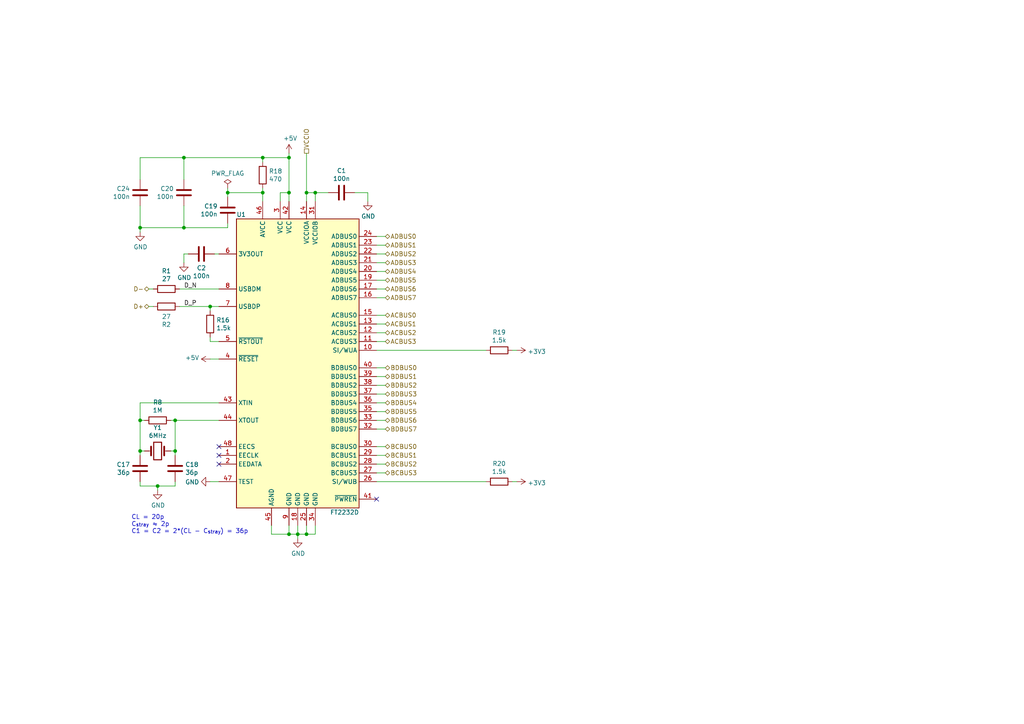
<source format=kicad_sch>
(kicad_sch (version 20220104) (generator eeschema)
  (paper "A4")
  (title_block (date "2020-08-29"))
  (lib_symbols
    (symbol "Device:C" (pin_numbers hide) (pin_names (offset 0.254))
      (property "Reference" "C" (at 0.635 2.54 0))
      (property "Value" "C" (at 0.635 -2.54 0))
      (symbol "C_0_1"
        (polyline (pts (xy -2.032 -0.762) (xy 2.032 -0.762)) (stroke (width 0.508)))
        (polyline (pts (xy -2.032 0.762) (xy 2.032 0.762)) (stroke (width 0.508)))
      )
      (symbol "C_1_1"
        (pin passive line (at 0 3.81 270) (length 2.794) (name "~") (number "1"))
        (pin passive line (at 0 -3.81 90) (length 2.794) (name "~") (number "2"))
      )
    )
    (symbol "Device:Crystal" (pin_numbers hide) (pin_names hide)
      (property "Reference" "Y" (at 0 3.81 0))
      (property "Value" "Crystal" (at 0 -3.81 0))
      (symbol "Crystal_0_1"
        (rectangle (start -1.143 2.54) (end 1.143 -2.54) (stroke (width 0.3048)))
        (polyline (pts (xy -2.54 0) (xy -1.905 0)))
        (polyline (pts (xy -1.905 -1.27) (xy -1.905 1.27)) (stroke (width 0.508)))
        (polyline (pts (xy 1.905 -1.27) (xy 1.905 1.27)) (stroke (width 0.508)))
        (polyline (pts (xy 2.54 0) (xy 1.905 0)))
      )
      (symbol "Crystal_1_1"
        (pin passive line (at -3.81 0 0) (length 1.27) (name "1") (number "1"))
        (pin passive line (at 3.81 0 180) (length 1.27) (name "2") (number "2"))
      )
    )
    (symbol "Device:R" (pin_numbers hide) (pin_names (offset 0))
      (property "Reference" "R" (at 2.032 0 90))
      (property "Value" "R" (at 0 0 90))
      (symbol "R_0_1"
        (rectangle (start -1.016 -2.54) (end 1.016 2.54) (stroke (width 0.254)))
      )
      (symbol "R_1_1"
        (pin passive line (at 0 3.81 270) (length 1.27) (name "~") (number "1"))
        (pin passive line (at 0 -3.81 90) (length 1.27) (name "~") (number "2"))
      )
    )
    (symbol "Interface_USB:FT2232D"
      (property "Reference" "U" (at -16.51 44.45 0))
      (property "Value" "FT2232D" (at 13.97 44.45 0))
      (symbol "FT2232D_0_1"
        (rectangle (start -17.78 -40.64) (end 17.78 43.18) (stroke (width 0.254)) (fill (type background)))
      )
      (symbol "FT2232D_1_1"
        (pin output line (at -22.86 -25.4 0) (length 5.08) (name "EECLK") (number "1"))
        (pin bidirectional line (at 22.86 5.08 180) (length 5.08) (name "SI/WUA") (number "10"))
        (pin bidirectional line (at 22.86 7.62 180) (length 5.08) (name "ACBUS3") (number "11"))
        (pin bidirectional line (at 22.86 10.16 180) (length 5.08) (name "ACBUS2") (number "12"))
        (pin bidirectional line (at 22.86 12.7 180) (length 5.08) (name "ACBUS1") (number "13"))
        (pin power_in line (at 2.54 48.26 270) (length 5.08) (name "VCCIOA") (number "14"))
        (pin bidirectional line (at 22.86 15.24 180) (length 5.08) (name "ACBUS0") (number "15"))
        (pin bidirectional line (at 22.86 20.32 180) (length 5.08) (name "ADBUS7") (number "16"))
        (pin bidirectional line (at 22.86 22.86 180) (length 5.08) (name "ADBUS6") (number "17"))
        (pin power_in line (at 0 -45.72 90) (length 5.08) (name "GND") (number "18"))
        (pin bidirectional line (at 22.86 25.4 180) (length 5.08) (name "ADBUS5") (number "19"))
        (pin bidirectional line (at -22.86 -27.94 0) (length 5.08) (name "EEDATA") (number "2"))
        (pin bidirectional line (at 22.86 27.94 180) (length 5.08) (name "ADBUS4") (number "20"))
        (pin bidirectional line (at 22.86 30.48 180) (length 5.08) (name "ADBUS3") (number "21"))
        (pin bidirectional line (at 22.86 33.02 180) (length 5.08) (name "ADBUS2") (number "22"))
        (pin bidirectional line (at 22.86 35.56 180) (length 5.08) (name "ADBUS1") (number "23"))
        (pin bidirectional line (at 22.86 38.1 180) (length 5.08) (name "ADBUS0") (number "24"))
        (pin power_in line (at 2.54 -45.72 90) (length 5.08) (name "GND") (number "25"))
        (pin output line (at 22.86 -33.02 180) (length 5.08) (name "SI/WUB") (number "26"))
        (pin output line (at 22.86 -30.48 180) (length 5.08) (name "BCBUS3") (number "27"))
        (pin output line (at 22.86 -27.94 180) (length 5.08) (name "BCBUS2") (number "28"))
        (pin output line (at 22.86 -25.4 180) (length 5.08) (name "BCBUS1") (number "29"))
        (pin power_in line (at -5.08 48.26 270) (length 5.08) (name "VCC") (number "3"))
        (pin output line (at 22.86 -22.86 180) (length 5.08) (name "BCBUS0") (number "30"))
        (pin power_in line (at 5.08 48.26 270) (length 5.08) (name "VCCIOB") (number "31"))
        (pin output line (at 22.86 -17.78 180) (length 5.08) (name "BDBUS7") (number "32"))
        (pin output line (at 22.86 -15.24 180) (length 5.08) (name "BDBUS6") (number "33"))
        (pin power_in line (at 5.08 -45.72 90) (length 5.08) (name "GND") (number "34"))
        (pin output line (at 22.86 -12.7 180) (length 5.08) (name "BDBUS5") (number "35"))
        (pin output line (at 22.86 -10.16 180) (length 5.08) (name "BDBUS4") (number "36"))
        (pin output line (at 22.86 -7.62 180) (length 5.08) (name "BDBUS3") (number "37"))
        (pin output line (at 22.86 -5.08 180) (length 5.08) (name "BDBUS2") (number "38"))
        (pin output line (at 22.86 -2.54 180) (length 5.08) (name "BDBUS1") (number "39"))
        (pin input line (at -22.86 2.54 0) (length 5.08) (name "~{RESET}") (number "4"))
        (pin output line (at 22.86 0 180) (length 5.08) (name "BDBUS0") (number "40"))
        (pin output line (at 22.86 -38.1 180) (length 5.08) (name "~{PWREN}") (number "41"))
        (pin power_in line (at -2.54 48.26 270) (length 5.08) (name "VCC") (number "42"))
        (pin input line (at -22.86 -10.16 0) (length 5.08) (name "XTIN") (number "43"))
        (pin output line (at -22.86 -15.24 0) (length 5.08) (name "XTOUT") (number "44"))
        (pin power_in line (at -7.62 -45.72 90) (length 5.08) (name "AGND") (number "45"))
        (pin power_in line (at -10.16 48.26 270) (length 5.08) (name "AVCC") (number "46"))
        (pin input line (at -22.86 -33.02 0) (length 5.08) (name "TEST") (number "47"))
        (pin bidirectional line (at -22.86 -22.86 0) (length 5.08) (name "EECS") (number "48"))
        (pin output line (at -22.86 7.62 0) (length 5.08) (name "~{RSTOUT}") (number "5"))
        (pin power_out line (at -22.86 33.02 0) (length 5.08) (name "3V3OUT") (number "6"))
        (pin bidirectional line (at -22.86 17.78 0) (length 5.08) (name "USBDP") (number "7"))
        (pin bidirectional line (at -22.86 22.86 0) (length 5.08) (name "USBDM") (number "8"))
        (pin power_in line (at -2.54 -45.72 90) (length 5.08) (name "GND") (number "9"))
      )
    )
    (symbol "power:+3.3V" (power) (pin_names (offset 0))
      (property "Value" "+3.3V" (at 0 3.556 0))
      (symbol "+3.3V_0_1"
        (polyline (pts (xy -0.762 1.27) (xy 0 2.54)))
        (polyline (pts (xy 0 0) (xy 0 2.54)))
        (polyline (pts (xy 0 2.54) (xy 0.762 1.27)))
      )
      (symbol "+3.3V_1_1"
        (pin power_in line (at 0 0 90) (length 0) hide (name "+3V3") (number "1"))
      )
    )
    (symbol "power:+5V" (power) (pin_names (offset 0))
      (property "Value" "+5V" (at 0 3.556 0))
      (symbol "+5V_0_1"
        (polyline (pts (xy -0.762 1.27) (xy 0 2.54)))
        (polyline (pts (xy 0 0) (xy 0 2.54)))
        (polyline (pts (xy 0 2.54) (xy 0.762 1.27)))
      )
      (symbol "+5V_1_1"
        (pin power_in line (at 0 0 90) (length 0) hide (name "+5V") (number "1"))
      )
    )
    (symbol "power:GND" (power) (pin_names (offset 0))
      (property "Value" "GND" (at 0 -3.81 0))
      (symbol "GND_0_1"
        (polyline (pts (xy 0 0) (xy 0 -1.27) (xy 1.27 -1.27) (xy 0 -2.54) (xy -1.27 -1.27) (xy 0 -1.27)))
      )
      (symbol "GND_1_1"
        (pin power_in line (at 0 0 270) (length 0) hide (name "GND") (number "1"))
      )
    )
    (symbol "power:PWR_FLAG" (power) (pin_numbers hide) (pin_names (offset 0) hide)
      (property "Value" "PWR_FLAG" (at 0 3.81 0))
      (symbol "PWR_FLAG_0_0"
        (pin power_out line (at 0 0 90) (length 0) (name "pwr") (number "1"))
      )
      (symbol "PWR_FLAG_0_1"
        (polyline (pts (xy 0 0) (xy 0 1.27) (xy -1.016 1.905) (xy 0 2.54) (xy 1.016 1.905) (xy 0 1.27)))
      )
    )
  )
  (junction (at 53.34 45.72))
  (junction (at 91.44 55.88))
  (junction (at 53.34 66.04))
  (junction (at 88.9 55.88))
  (junction (at 88.9 154.94))
  (junction (at 50.8 130.81))
  (junction (at 86.36 154.94))
  (junction (at 83.82 55.88))
  (junction (at 83.82 154.94))
  (junction (at 40.64 66.04))
  (junction (at 60.96 88.9))
  (junction (at 40.64 130.81))
  (junction (at 45.72 140.97))
  (junction (at 83.82 45.72))
  (junction (at 50.8 121.92))
  (junction (at 76.2 45.72))
  (junction (at 40.64 121.92))
  (junction (at 66.04 55.88))
  (junction (at 76.2 55.88))
  (no_connect (at 63.5 132.08))
  (no_connect (at 63.5 129.54))
  (no_connect (at 63.5 134.62))
  (no_connect (at 109.22 144.78))
  (wire (pts (xy 109.22 86.36) (xy 111.76 86.36)))
  (wire (pts (xy 60.96 104.14) (xy 63.5 104.14)))
  (wire (pts (xy 40.64 116.84) (xy 40.64 121.92)))
  (wire (pts (xy 148.59 139.7) (xy 149.86 139.7)))
  (wire (pts (xy 49.53 130.81) (xy 50.8 130.81)))
  (wire (pts (xy 53.34 45.72) (xy 53.34 52.07)))
  (wire (pts (xy 88.9 55.88) (xy 88.9 58.42)))
  (wire (pts (xy 66.04 54.61) (xy 66.04 55.88)))
  (wire (pts (xy 43.18 88.9) (xy 44.45 88.9)))
  (wire (pts (xy 86.36 154.94) (xy 86.36 156.21)))
  (wire (pts (xy 66.04 64.77) (xy 66.04 66.04)))
  (wire (pts (xy 78.74 154.94) (xy 83.82 154.94)))
  (wire (pts (xy 102.87 55.88) (xy 106.68 55.88)))
  (wire (pts (xy 52.07 88.9) (xy 60.96 88.9)))
  (wire (pts (xy 60.96 97.79) (xy 60.96 99.06)))
  (wire (pts (xy 109.22 109.22) (xy 111.76 109.22)))
  (wire (pts (xy 109.22 78.74) (xy 111.76 78.74)))
  (wire (pts (xy 83.82 55.88) (xy 83.82 45.72)))
  (wire (pts (xy 41.91 121.92) (xy 40.64 121.92)))
  (wire (pts (xy 109.22 106.68) (xy 111.76 106.68)))
  (wire (pts (xy 40.64 130.81) (xy 41.91 130.81)))
  (wire (pts (xy 60.96 99.06) (xy 63.5 99.06)))
  (wire (pts (xy 40.64 116.84) (xy 63.5 116.84)))
  (wire (pts (xy 88.9 55.88) (xy 91.44 55.88)))
  (wire (pts (xy 109.22 96.52) (xy 111.76 96.52)))
  (wire (pts (xy 76.2 54.61) (xy 76.2 55.88)))
  (wire (pts (xy 83.82 55.88) (xy 83.82 58.42)))
  (wire (pts (xy 109.22 76.2) (xy 111.76 76.2)))
  (wire (pts (xy 109.22 73.66) (xy 111.76 73.66)))
  (wire (pts (xy 66.04 55.88) (xy 76.2 55.88)))
  (wire (pts (xy 109.22 114.3) (xy 111.76 114.3)))
  (wire (pts (xy 40.64 59.69) (xy 40.64 66.04)))
  (wire (pts (xy 40.64 121.92) (xy 40.64 130.81)))
  (wire (pts (xy 76.2 45.72) (xy 83.82 45.72)))
  (wire (pts (xy 50.8 121.92) (xy 50.8 130.81)))
  (wire (pts (xy 40.64 45.72) (xy 53.34 45.72)))
  (wire (pts (xy 109.22 68.58) (xy 111.76 68.58)))
  (wire (pts (xy 91.44 55.88) (xy 91.44 58.42)))
  (wire (pts (xy 109.22 116.84) (xy 111.76 116.84)))
  (wire (pts (xy 62.23 73.66) (xy 63.5 73.66)))
  (wire (pts (xy 109.22 139.7) (xy 140.97 139.7)))
  (wire (pts (xy 50.8 130.81) (xy 50.8 132.08)))
  (wire (pts (xy 109.22 124.46) (xy 111.76 124.46)))
  (wire (pts (xy 109.22 99.06) (xy 111.76 99.06)))
  (wire (pts (xy 76.2 45.72) (xy 76.2 46.99)))
  (wire (pts (xy 81.28 55.88) (xy 83.82 55.88)))
  (wire (pts (xy 78.74 152.4) (xy 78.74 154.94)))
  (wire (pts (xy 54.61 73.66) (xy 53.34 73.66)))
  (wire (pts (xy 45.72 140.97) (xy 50.8 140.97)))
  (wire (pts (xy 45.72 140.97) (xy 45.72 142.24)))
  (wire (pts (xy 148.59 101.6) (xy 149.86 101.6)))
  (wire (pts (xy 43.18 83.82) (xy 44.45 83.82)))
  (wire (pts (xy 91.44 152.4) (xy 91.44 154.94)))
  (wire (pts (xy 86.36 152.4) (xy 86.36 154.94)))
  (wire (pts (xy 109.22 137.16) (xy 111.76 137.16)))
  (wire (pts (xy 88.9 152.4) (xy 88.9 154.94)))
  (wire (pts (xy 83.82 152.4) (xy 83.82 154.94)))
  (wire (pts (xy 83.82 44.45) (xy 83.82 45.72)))
  (wire (pts (xy 88.9 44.45) (xy 88.9 55.88)))
  (wire (pts (xy 40.64 66.04) (xy 53.34 66.04)))
  (wire (pts (xy 53.34 59.69) (xy 53.34 66.04)))
  (wire (pts (xy 53.34 66.04) (xy 66.04 66.04)))
  (wire (pts (xy 50.8 140.97) (xy 50.8 139.7)))
  (wire (pts (xy 109.22 101.6) (xy 140.97 101.6)))
  (wire (pts (xy 109.22 119.38) (xy 111.76 119.38)))
  (wire (pts (xy 109.22 71.12) (xy 111.76 71.12)))
  (wire (pts (xy 52.07 83.82) (xy 63.5 83.82)))
  (wire (pts (xy 106.68 55.88) (xy 106.68 58.42)))
  (wire (pts (xy 60.96 139.7) (xy 63.5 139.7)))
  (wire (pts (xy 53.34 73.66) (xy 53.34 76.2)))
  (wire (pts (xy 109.22 129.54) (xy 111.76 129.54)))
  (wire (pts (xy 50.8 121.92) (xy 63.5 121.92)))
  (wire (pts (xy 109.22 132.08) (xy 111.76 132.08)))
  (wire (pts (xy 40.64 66.04) (xy 40.64 67.31)))
  (wire (pts (xy 66.04 55.88) (xy 66.04 57.15)))
  (wire (pts (xy 109.22 91.44) (xy 111.76 91.44)))
  (wire (pts (xy 40.64 140.97) (xy 45.72 140.97)))
  (wire (pts (xy 40.64 130.81) (xy 40.64 132.08)))
  (wire (pts (xy 109.22 121.92) (xy 111.76 121.92)))
  (wire (pts (xy 109.22 93.98) (xy 111.76 93.98)))
  (wire (pts (xy 88.9 154.94) (xy 91.44 154.94)))
  (wire (pts (xy 40.64 52.07) (xy 40.64 45.72)))
  (wire (pts (xy 109.22 81.28) (xy 111.76 81.28)))
  (wire (pts (xy 91.44 55.88) (xy 95.25 55.88)))
  (wire (pts (xy 76.2 55.88) (xy 76.2 58.42)))
  (wire (pts (xy 60.96 88.9) (xy 60.96 90.17)))
  (wire (pts (xy 83.82 154.94) (xy 86.36 154.94)))
  (wire (pts (xy 81.28 58.42) (xy 81.28 55.88)))
  (wire (pts (xy 109.22 111.76) (xy 111.76 111.76)))
  (wire (pts (xy 109.22 134.62) (xy 111.76 134.62)))
  (wire (pts (xy 40.64 139.7) (xy 40.64 140.97)))
  (wire (pts (xy 109.22 83.82) (xy 111.76 83.82)))
  (wire (pts (xy 60.96 88.9) (xy 63.5 88.9)))
  (wire (pts (xy 86.36 154.94) (xy 88.9 154.94)))
  (wire (pts (xy 49.53 121.92) (xy 50.8 121.92)))
  (wire (pts (xy 53.34 45.72) (xy 76.2 45.72)))
  (text "CL = 20p\nC_{stray} ≈ 2p\nC1 = C2 = 2*(CL - C_{stray}) = 36p\n" (at 38.1 154.94 0) (effects (font (size 1.27 1.27)) (justify left bottom)))
  (label "D_N" (at 53.34 83.82 0))
  (label "D_P" (at 53.34 88.9 0))
  (hierarchical_label "D+" (shape bidirectional) (at 43.18 88.9 180))
  (hierarchical_label "ADBUS1" (shape bidirectional) (at 111.76 71.12 0))
  (hierarchical_label "ADBUS5" (shape bidirectional) (at 111.76 81.28 0))
  (hierarchical_label "BDBUS1" (shape bidirectional) (at 111.76 109.22 0))
  (hierarchical_label "BDBUS3" (shape bidirectional) (at 111.76 114.3 0))
  (hierarchical_label "BCBUS3" (shape bidirectional) (at 111.76 137.16 0))
  (hierarchical_label "BDBUS7" (shape bidirectional) (at 111.76 124.46 0))
  (hierarchical_label "BDBUS0" (shape bidirectional) (at 111.76 106.68 0))
  (hierarchical_label "ADBUS6" (shape bidirectional) (at 111.76 83.82 0))
  (hierarchical_label "ACBUS2" (shape bidirectional) (at 111.76 96.52 0))
  (hierarchical_label "D-" (shape bidirectional) (at 43.18 83.82 180))
  (hierarchical_label "ACBUS0" (shape bidirectional) (at 111.76 91.44 0))
  (hierarchical_label "BDBUS2" (shape bidirectional) (at 111.76 111.76 0))
  (hierarchical_label "ADBUS2" (shape bidirectional) (at 111.76 73.66 0))
  (hierarchical_label "BCBUS1" (shape bidirectional) (at 111.76 132.08 0))
  (hierarchical_label "BDBUS5" (shape bidirectional) (at 111.76 119.38 0))
  (hierarchical_label "VCCIO" (shape passive) (at 88.9 44.45 90))
  (hierarchical_label "ADBUS4" (shape bidirectional) (at 111.76 78.74 0))
  (hierarchical_label "ACBUS3" (shape bidirectional) (at 111.76 99.06 0))
  (hierarchical_label "ADBUS3" (shape bidirectional) (at 111.76 76.2 0))
  (hierarchical_label "BCBUS2" (shape bidirectional) (at 111.76 134.62 0))
  (hierarchical_label "ADBUS7" (shape bidirectional) (at 111.76 86.36 0))
  (hierarchical_label "BDBUS4" (shape bidirectional) (at 111.76 116.84 0))
  (hierarchical_label "BDBUS6" (shape bidirectional) (at 111.76 121.92 0))
  (hierarchical_label "BCBUS0" (shape bidirectional) (at 111.76 129.54 0))
  (hierarchical_label "ACBUS1" (shape bidirectional) (at 111.76 93.98 0))
  (hierarchical_label "ADBUS0" (shape bidirectional) (at 111.76 68.58 0))
  (symbol (lib_id "Device:Crystal") (at 45.72 130.81 0) (unit 1)
    (property "Reference" "Y1" (at 45.72 124.0344 0))
    (property "Value" "6MHz" (at 45.72 126.333 0))
    (property "Footprint" "Crystal:Crystal_SMD_HC49-SD" (effects hide))
    (property "Datasheet" "https://datasheet.lcsc.com/szlcsc/1912111437_ECEC-ZheJiang-E-ast-Crystal-Elec-C06000J058_C279600.pdf" (effects hide))
    (property "MPN" "C06000J058" (effects hide))
  )
  (symbol (lib_id "Device:C") (at 66.04 60.96 180) (unit 1)
    (property "Reference" "C19" (at 63.1189 59.8106 0) (effects (justify left)))
    (property "Value" "100n" (at 63.1189 62.1093 0) (effects (justify left)))
    (property "Footprint" "Capacitor_SMD:C_0603_1608Metric_Icon" (effects hide))
  )
  (symbol (lib_id "power:GND") (at 40.64 67.31 0) (unit 1)
    (property "Reference" "#PWR0113" (effects hide))
    (property "Value" "GND" (at 40.7543 71.6344 0))
  )
  (symbol (lib_id "power:GND") (at 53.34 76.2 0) (unit 1)
    (property "Reference" "#PWR0115" (effects hide))
    (property "Value" "GND" (at 53.4543 80.5244 0))
  )
  (symbol (lib_id "Device:R") (at 45.72 121.92 90) (unit 1)
    (property "Reference" "R8" (at 45.72 116.6938 90))
    (property "Value" "1M" (at 45.72 118.993 90))
    (property "Footprint" "Resistor_SMD:R_0603_1608Metric_Icon" (effects hide))
  )
  (symbol (lib_id "Device:C") (at 40.64 135.89 0) (mirror x) (unit 1)
    (property "Reference" "C17" (at 37.7189 134.7406 0) (effects (justify right)))
    (property "Value" "36p" (at 37.7189 137.0393 0) (effects (justify right)))
    (property "Footprint" "Capacitor_SMD:C_0603_1608Metric_Icon" (effects hide))
  )
  (symbol (lib_id "power:+3.3V") (at 149.86 139.7 270) (unit 1)
    (property "Reference" "#PWR0148" (effects hide))
    (property "Value" "+3.3V" (at 153.0351 140.0683 90) (effects (justify left)))
  )
  (symbol (lib_id "Interface_USB:FT2232D") (at 86.36 106.68 0) (unit 1)
    (property "Reference" "U1" (at 68.58 62.23 0) (effects (justify left)))
    (property "Value" "FT2232D" (at 104.14 148.59 0) (effects (justify right)))
    (property "Footprint" "Package_QFP:LQFP-48_7x7mm_P0.5mm" (effects hide))
    (property "Datasheet" "http://www.ftdichip.com/Support/Documents/DataSheets/ICs/DS_FT2232D.pdf" (effects hide))
  )
  (symbol (lib_id "power:GND") (at 60.96 139.7 270) (unit 1)
    (property "Reference" "#PWR0110" (effects hide))
    (property "Value" "GND" (at 57.785 139.8143 90) (effects (justify right)))
  )
  (symbol (lib_id "Device:R") (at 48.26 83.82 270) (mirror x) (unit 1)
    (property "Reference" "R1" (at 48.26 78.5938 90))
    (property "Value" "27" (at 48.26 80.893 90))
    (property "Footprint" "Resistor_SMD:R_0603_1608Metric_Icon" (effects hide))
  )
  (symbol (lib_id "power:+3.3V") (at 149.86 101.6 270) (unit 1)
    (property "Reference" "#PWR0122" (effects hide))
    (property "Value" "+3.3V" (at 153.0351 101.9683 90) (effects (justify left)))
  )
  (symbol (lib_id "power:+5V") (at 83.82 44.45 0) (unit 1)
    (property "Reference" "#PWR0116" (effects hide))
    (property "Value" "+5V" (at 84.1883 40.1256 0))
  )
  (symbol (lib_id "power:GND") (at 106.68 58.42 0) (unit 1)
    (property "Reference" "#PWR0120" (effects hide))
    (property "Value" "GND" (at 106.7943 62.7444 0))
  )
  (symbol (lib_id "Device:R") (at 144.78 101.6 270) (unit 1)
    (property "Reference" "R19" (at 144.78 96.3738 90))
    (property "Value" "1.5k" (at 144.78 98.6725 90))
    (property "Footprint" "Resistor_SMD:R_0603_1608Metric_Icon" (effects hide))
  )
  (symbol (lib_id "Device:R") (at 76.2 50.8 180) (unit 1)
    (property "Reference" "R18" (at 77.9781 49.6506 0) (effects (justify right)))
    (property "Value" "470" (at 77.9781 51.9493 0) (effects (justify right)))
    (property "Footprint" "Resistor_SMD:R_0603_1608Metric_Icon" (effects hide))
  )
  (symbol (lib_id "Device:C") (at 50.8 135.89 0) (mirror x) (unit 1)
    (property "Reference" "C18" (at 53.7211 134.7406 0) (effects (justify left)))
    (property "Value" "36p" (at 53.721 137.039 0) (effects (justify left)))
    (property "Footprint" "Capacitor_SMD:C_0603_1608Metric_Icon" (effects hide))
  )
  (symbol (lib_id "power:GND") (at 45.72 142.24 0) (unit 1)
    (property "Reference" "#PWR0111" (effects hide))
    (property "Value" "GND" (at 45.8343 146.5644 0))
  )
  (symbol (lib_id "Device:R") (at 144.78 139.7 270) (unit 1)
    (property "Reference" "R20" (at 144.78 134.4738 90))
    (property "Value" "1.5k" (at 144.78 136.7725 90))
    (property "Footprint" "Resistor_SMD:R_0603_1608Metric_Icon" (effects hide))
  )
  (symbol (lib_id "Device:R") (at 60.96 93.98 180) (unit 1)
    (property "Reference" "R16" (at 62.7381 92.8306 0) (effects (justify right)))
    (property "Value" "1.5k" (at 62.738 95.129 0) (effects (justify right)))
    (property "Footprint" "Resistor_SMD:R_0603_1608Metric_Icon" (effects hide))
  )
  (symbol (lib_id "power:+5V") (at 60.96 104.14 90) (unit 1)
    (property "Reference" "#PWR0114" (effects hide))
    (property "Value" "+5V" (at 57.785 103.7717 90) (effects (justify left)))
  )
  (symbol (lib_id "power:PWR_FLAG") (at 66.04 54.61 0) (unit 1)
    (property "Reference" "#FLG0106" (effects hide))
    (property "Value" "PWR_FLAG" (at 66.04 50.2856 0))
  )
  (symbol (lib_id "power:GND") (at 86.36 156.21 0) (unit 1)
    (property "Reference" "#PWR0112" (effects hide))
    (property "Value" "GND" (at 86.4743 160.5344 0))
  )
  (symbol (lib_id "Device:C") (at 40.64 55.88 180) (unit 1)
    (property "Reference" "C24" (at 37.7189 54.7306 0) (effects (justify left)))
    (property "Value" "100n" (at 37.7189 57.0293 0) (effects (justify left)))
    (property "Footprint" "Capacitor_SMD:C_0603_1608Metric_Icon" (effects hide))
  )
  (symbol (lib_id "Device:R") (at 48.26 88.9 90) (mirror x) (unit 1)
    (property "Reference" "R2" (at 48.26 94.1262 90))
    (property "Value" "27" (at 48.26 91.827 90))
    (property "Footprint" "Resistor_SMD:R_0603_1608Metric_Icon" (effects hide))
  )
  (symbol (lib_id "Device:C") (at 99.06 55.88 90) (unit 1)
    (property "Reference" "C1" (at 99.06 49.5108 90))
    (property "Value" "100n" (at 99.06 51.8095 90))
    (property "Footprint" "Capacitor_SMD:C_0603_1608Metric_Icon" (effects hide))
  )
  (symbol (lib_id "Device:C") (at 53.34 55.88 180) (unit 1)
    (property "Reference" "C20" (at 50.4189 54.7306 0) (effects (justify left)))
    (property "Value" "100n" (at 50.4189 57.0293 0) (effects (justify left)))
    (property "Footprint" "Capacitor_SMD:C_0603_1608Metric_Icon" (effects hide))
  )
  (symbol (lib_id "Device:C") (at 58.42 73.66 270) (unit 1)
    (property "Reference" "C2" (at 58.42 77.7304 90))
    (property "Value" "100n" (at 58.42 80.0291 90))
    (property "Footprint" "Capacitor_SMD:C_0603_1608Metric_Icon" (effects hide))
  )
)
</source>
